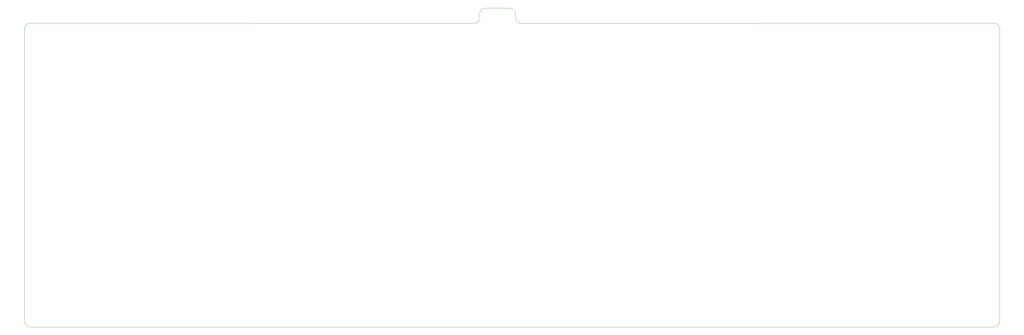
<source format=gbr>
G04 #@! TF.GenerationSoftware,KiCad,Pcbnew,8.0.2*
G04 #@! TF.CreationDate,2025-03-10T15:51:09-05:00*
G04 #@! TF.ProjectId,65,36352e6b-6963-4616-945f-706362585858,rev?*
G04 #@! TF.SameCoordinates,Original*
G04 #@! TF.FileFunction,Profile,NP*
%FSLAX46Y46*%
G04 Gerber Fmt 4.6, Leading zero omitted, Abs format (unit mm)*
G04 Created by KiCad (PCBNEW 8.0.2) date 2025-03-10 15:51:09*
%MOMM*%
%LPD*%
G01*
G04 APERTURE LIST*
G04 #@! TA.AperFunction,Profile*
%ADD10C,0.050000*%
G04 #@! TD*
G04 APERTURE END LIST*
D10*
X210324722Y-92996068D02*
X364474109Y-92875000D01*
X48096368Y-94800891D02*
X48100000Y-190200000D01*
X210324722Y-92996068D02*
G75*
G02*
X208399949Y-91100001I-22J1924968D01*
G01*
X206475278Y-87978932D02*
X198575000Y-87975000D01*
X196678932Y-89899722D02*
X196696068Y-91075278D01*
X364474109Y-92875000D02*
G75*
G02*
X366398784Y-94771069I-9J-1924900D01*
G01*
X48096368Y-94800891D02*
G75*
G02*
X49992436Y-92876184I1924932J-9D01*
G01*
X196696068Y-91075278D02*
G75*
G02*
X194800001Y-93000051I-1924968J-22D01*
G01*
X196678932Y-89899722D02*
G75*
G02*
X198574999Y-87974949I1924968J22D01*
G01*
X366398831Y-94771068D02*
X366396068Y-190175278D01*
X50024722Y-192096068D02*
X364500000Y-192100000D01*
X206475278Y-87978932D02*
G75*
G02*
X208400051Y-89874999I22J-1924968D01*
G01*
X50024722Y-192096068D02*
G75*
G02*
X48099949Y-190200001I-22J1924968D01*
G01*
X208400000Y-91100000D02*
X208400000Y-89875000D01*
X194800000Y-93000000D02*
X49992436Y-92876169D01*
X366396068Y-190175278D02*
G75*
G02*
X364500001Y-192100051I-1924968J-22D01*
G01*
M02*

</source>
